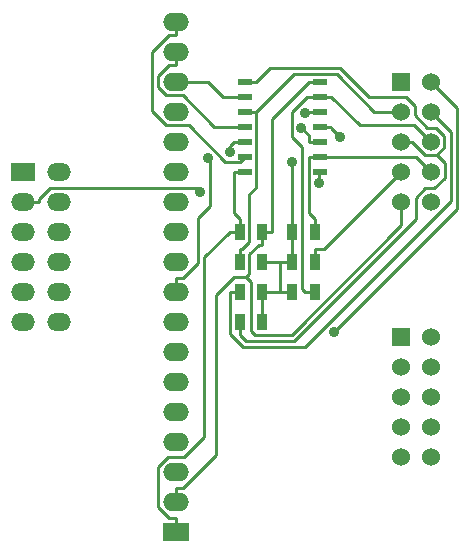
<source format=gtl>
G04 (created by PCBNEW (2013-07-07 BZR 4022)-stable) date 07/10/2013 19:16:43*
%MOIN*%
G04 Gerber Fmt 3.4, Leading zero omitted, Abs format*
%FSLAX34Y34*%
G01*
G70*
G90*
G04 APERTURE LIST*
%ADD10C,0.00590551*%
%ADD11R,0.035X0.055*%
%ADD12R,0.0866X0.06*%
%ADD13O,0.0866X0.06*%
%ADD14R,0.06X0.06*%
%ADD15C,0.06*%
%ADD16R,0.045X0.02*%
%ADD17R,0.0787X0.06*%
%ADD18O,0.0787X0.06*%
%ADD19C,0.035*%
%ADD20C,0.01*%
G04 APERTURE END LIST*
G54D10*
G54D11*
X9875Y11000D03*
X10625Y11000D03*
G54D12*
X6000Y1000D03*
G54D13*
X6000Y2000D03*
X6000Y3000D03*
X6000Y4000D03*
X6000Y5000D03*
X6000Y6000D03*
X6000Y7000D03*
X6000Y8000D03*
X6000Y9000D03*
X6000Y10000D03*
X6000Y11000D03*
X6000Y12000D03*
X6000Y13000D03*
X6000Y14000D03*
X6000Y15000D03*
X6000Y16000D03*
X6000Y17000D03*
X6000Y18000D03*
G54D14*
X13500Y16000D03*
G54D15*
X14500Y16000D03*
X13500Y15000D03*
X14500Y15000D03*
X13500Y14000D03*
X14500Y14000D03*
X13500Y13000D03*
X14500Y13000D03*
X13500Y12000D03*
X14500Y12000D03*
G54D14*
X13500Y7500D03*
G54D15*
X14500Y7500D03*
X13500Y6500D03*
X14500Y6500D03*
X13500Y5500D03*
X14500Y5500D03*
X13500Y4500D03*
X14500Y4500D03*
X13500Y3500D03*
X14500Y3500D03*
G54D11*
X8125Y11000D03*
X8875Y11000D03*
G54D16*
X10800Y13000D03*
X10800Y13500D03*
X10800Y14000D03*
X10800Y14500D03*
X10800Y15000D03*
X10800Y15500D03*
X10800Y16000D03*
X8300Y16000D03*
X8300Y15500D03*
X8300Y14500D03*
X8300Y14000D03*
X8300Y13500D03*
X8300Y13000D03*
X8300Y15000D03*
G54D11*
X9875Y10000D03*
X10625Y10000D03*
X9875Y9000D03*
X10625Y9000D03*
X8875Y8000D03*
X8125Y8000D03*
X8875Y10000D03*
X8125Y10000D03*
X8875Y9000D03*
X8125Y9000D03*
G54D17*
X902Y13000D03*
G54D18*
X2098Y13000D03*
X902Y12000D03*
X2098Y12000D03*
X902Y11000D03*
X2098Y11000D03*
X902Y10000D03*
X2098Y10000D03*
X902Y9000D03*
X2098Y9000D03*
X902Y8000D03*
X2098Y8000D03*
G54D19*
X9875Y13313D03*
X11479Y14156D03*
X7796Y13660D03*
X7062Y13460D03*
X11268Y7663D03*
X10290Y14949D03*
X10179Y14458D03*
X10763Y12619D03*
X6802Y12313D03*
G54D20*
X9875Y9000D02*
X9712Y9000D01*
X8875Y8000D02*
X8875Y8425D01*
X8875Y9000D02*
X8875Y8425D01*
X8875Y9000D02*
X9200Y9000D01*
X9875Y10000D02*
X9875Y11000D01*
X8875Y10000D02*
X9200Y10000D01*
X9456Y9000D02*
X9456Y10000D01*
X9875Y10000D02*
X9456Y10000D01*
X9456Y10000D02*
X9200Y10000D01*
X9712Y9000D02*
X9456Y9000D01*
X9456Y9000D02*
X9200Y9000D01*
X9875Y11000D02*
X9875Y13313D01*
X7924Y11625D02*
X8125Y11425D01*
X7924Y13000D02*
X7924Y11625D01*
X8300Y13000D02*
X7924Y13000D01*
X8125Y11000D02*
X8125Y11425D01*
X6000Y1000D02*
X6000Y1450D01*
X8125Y11000D02*
X7799Y11000D01*
X5774Y1450D02*
X6000Y1450D01*
X5398Y1826D02*
X5774Y1450D01*
X5398Y3176D02*
X5398Y1826D01*
X5722Y3500D02*
X5398Y3176D01*
X6277Y3500D02*
X5722Y3500D01*
X6945Y4168D02*
X6277Y3500D01*
X6945Y10145D02*
X6945Y4168D01*
X7799Y11000D02*
X6945Y10145D01*
X8300Y16000D02*
X8675Y16000D01*
X8125Y8000D02*
X8125Y7574D01*
X14313Y13549D02*
X14686Y13549D01*
X13863Y14000D02*
X14313Y13549D01*
X13500Y14000D02*
X13863Y14000D01*
X9125Y16450D02*
X8675Y16000D01*
X11483Y16450D02*
X9125Y16450D01*
X12434Y15500D02*
X11483Y16450D01*
X13658Y15500D02*
X12434Y15500D01*
X13952Y15205D02*
X13658Y15500D01*
X13952Y14878D02*
X13952Y15205D01*
X14378Y14452D02*
X13952Y14878D01*
X14684Y14452D02*
X14378Y14452D01*
X14950Y14186D02*
X14684Y14452D01*
X14950Y13813D02*
X14950Y14186D01*
X14686Y13549D02*
X14950Y13813D01*
X8325Y7374D02*
X8125Y7574D01*
X9946Y7374D02*
X8325Y7374D01*
X14000Y11428D02*
X9946Y7374D01*
X14000Y12136D02*
X14000Y11428D01*
X14313Y12450D02*
X14000Y12136D01*
X14615Y12450D02*
X14313Y12450D01*
X14958Y12792D02*
X14615Y12450D01*
X14958Y13278D02*
X14958Y12792D01*
X14686Y13549D02*
X14958Y13278D01*
X10625Y9000D02*
X10299Y9000D01*
X13950Y14549D02*
X14500Y14000D01*
X12125Y14549D02*
X13950Y14549D01*
X11175Y15500D02*
X12125Y14549D01*
X10800Y15500D02*
X11175Y15500D01*
X10200Y9099D02*
X10299Y9000D01*
X10200Y13824D02*
X10200Y9099D01*
X9854Y14170D02*
X10200Y13824D01*
X9854Y14994D02*
X9854Y14170D01*
X10359Y15500D02*
X9854Y14994D01*
X10800Y15500D02*
X10359Y15500D01*
X10800Y14500D02*
X11175Y14500D01*
X10925Y10425D02*
X10625Y10425D01*
X13500Y13000D02*
X10925Y10425D01*
X10625Y10000D02*
X10625Y10425D01*
X11175Y14461D02*
X11479Y14156D01*
X11175Y14500D02*
X11175Y14461D01*
X10424Y11625D02*
X10625Y11425D01*
X10424Y13500D02*
X10424Y11625D01*
X10800Y13500D02*
X10424Y13500D01*
X10625Y11000D02*
X10625Y11425D01*
X14000Y13500D02*
X10800Y13500D01*
X14500Y13000D02*
X14000Y13500D01*
X8300Y15000D02*
X8675Y15000D01*
X8125Y10000D02*
X8125Y10425D01*
X8675Y12470D02*
X8675Y15000D01*
X8450Y12245D02*
X8675Y12470D01*
X8450Y10656D02*
X8450Y12245D01*
X8218Y10425D02*
X8450Y10656D01*
X8125Y10425D02*
X8218Y10425D01*
X12616Y15000D02*
X13500Y15000D01*
X11366Y16250D02*
X12616Y15000D01*
X9925Y16250D02*
X11366Y16250D01*
X8675Y15000D02*
X9925Y16250D01*
X8300Y14000D02*
X7924Y14000D01*
X8125Y9000D02*
X7799Y9000D01*
X7799Y7595D02*
X7799Y9000D01*
X8231Y7164D02*
X7799Y7595D01*
X10310Y7164D02*
X8231Y7164D01*
X15158Y12012D02*
X10310Y7164D01*
X15158Y14341D02*
X15158Y12012D01*
X14500Y15000D02*
X15158Y14341D01*
X7796Y13871D02*
X7796Y13660D01*
X7924Y14000D02*
X7796Y13871D01*
X6239Y9450D02*
X6000Y9450D01*
X6735Y9945D02*
X6239Y9450D01*
X6735Y11445D02*
X6735Y9945D01*
X7143Y11854D02*
X6735Y11445D01*
X7143Y13380D02*
X7143Y11854D01*
X7062Y13460D02*
X7143Y13380D01*
X6000Y9000D02*
X6000Y9450D01*
X15379Y11774D02*
X11268Y7663D01*
X15379Y15120D02*
X15379Y11774D01*
X14500Y16000D02*
X15379Y15120D01*
X8875Y11000D02*
X9200Y11000D01*
X10800Y16000D02*
X10424Y16000D01*
X6000Y2000D02*
X6000Y2450D01*
X8875Y11000D02*
X8875Y10574D01*
X8767Y10574D02*
X8875Y10574D01*
X8450Y10257D02*
X8767Y10574D01*
X8450Y9599D02*
X8450Y10257D01*
X8332Y9482D02*
X8450Y9599D01*
X7936Y9482D02*
X8332Y9482D01*
X7345Y8891D02*
X7936Y9482D01*
X7345Y3571D02*
X7345Y8891D01*
X6225Y2450D02*
X7345Y3571D01*
X6000Y2450D02*
X6225Y2450D01*
X9200Y14775D02*
X9200Y11000D01*
X10424Y16000D02*
X9200Y14775D01*
X8500Y9314D02*
X8332Y9482D01*
X8500Y7702D02*
X8500Y9314D01*
X8627Y7574D02*
X8500Y7702D01*
X9863Y7574D02*
X8627Y7574D01*
X13500Y11211D02*
X9863Y7574D01*
X13500Y12000D02*
X13500Y11211D01*
X7072Y16000D02*
X6000Y16000D01*
X7572Y15500D02*
X7072Y16000D01*
X8300Y15500D02*
X7572Y15500D01*
X10800Y15000D02*
X10424Y15000D01*
X10340Y15000D02*
X10290Y14949D01*
X10424Y15000D02*
X10340Y15000D01*
X10424Y14212D02*
X10179Y14458D01*
X10424Y14000D02*
X10424Y14212D01*
X10800Y14000D02*
X10424Y14000D01*
X10763Y12963D02*
X10763Y12619D01*
X10800Y13000D02*
X10763Y12963D01*
X5760Y16549D02*
X6000Y16549D01*
X5414Y16203D02*
X5760Y16549D01*
X5414Y15815D02*
X5414Y16203D01*
X5679Y15549D02*
X5414Y15815D01*
X6224Y15549D02*
X5679Y15549D01*
X7274Y14500D02*
X6224Y15549D01*
X8300Y14500D02*
X7274Y14500D01*
X6000Y17000D02*
X6000Y16549D01*
X6000Y18000D02*
X6000Y17549D01*
X5774Y17549D02*
X6000Y17549D01*
X5213Y16988D02*
X5774Y17549D01*
X5213Y15014D02*
X5213Y16988D01*
X5677Y14549D02*
X5213Y15014D01*
X6433Y14549D02*
X5677Y14549D01*
X7651Y13332D02*
X6433Y14549D01*
X8132Y13332D02*
X7651Y13332D01*
X8300Y13500D02*
X8132Y13332D01*
X6662Y12453D02*
X6802Y12313D01*
X1815Y12453D02*
X6662Y12453D01*
X1445Y12083D02*
X1815Y12453D01*
X1445Y12000D02*
X1445Y12083D01*
X1000Y12000D02*
X1445Y12000D01*
M02*

</source>
